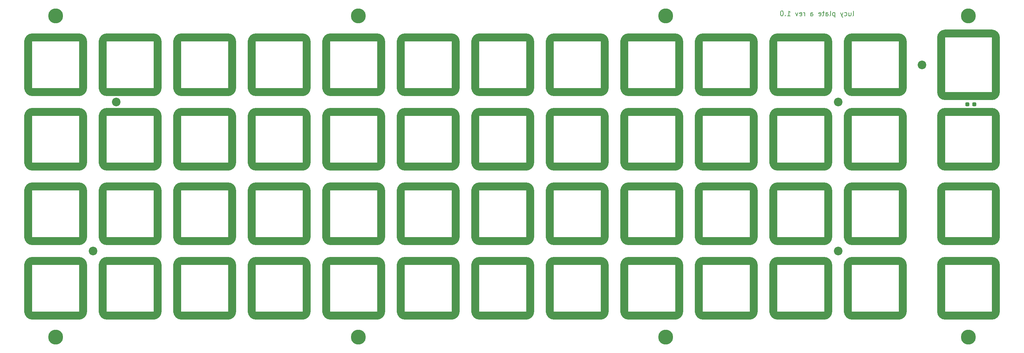
<source format=gbr>
G04 #@! TF.GenerationSoftware,KiCad,Pcbnew,(6.0.5-0)*
G04 #@! TF.CreationDate,2022-06-16T06:22:55-05:00*
G04 #@! TF.ProjectId,plate,706c6174-652e-46b6-9963-61645f706362,rev?*
G04 #@! TF.SameCoordinates,Original*
G04 #@! TF.FileFunction,Soldermask,Bot*
G04 #@! TF.FilePolarity,Negative*
%FSLAX46Y46*%
G04 Gerber Fmt 4.6, Leading zero omitted, Abs format (unit mm)*
G04 Created by KiCad (PCBNEW (6.0.5-0)) date 2022-06-16 06:22:55*
%MOMM*%
%LPD*%
G01*
G04 APERTURE LIST*
G04 Aperture macros list*
%AMRoundRect*
0 Rectangle with rounded corners*
0 $1 Rounding radius*
0 $2 $3 $4 $5 $6 $7 $8 $9 X,Y pos of 4 corners*
0 Add a 4 corners polygon primitive as box body*
4,1,4,$2,$3,$4,$5,$6,$7,$8,$9,$2,$3,0*
0 Add four circle primitives for the rounded corners*
1,1,$1+$1,$2,$3*
1,1,$1+$1,$4,$5*
1,1,$1+$1,$6,$7*
1,1,$1+$1,$8,$9*
0 Add four rect primitives between the rounded corners*
20,1,$1+$1,$2,$3,$4,$5,0*
20,1,$1+$1,$4,$5,$6,$7,0*
20,1,$1+$1,$6,$7,$8,$9,0*
20,1,$1+$1,$8,$9,$2,$3,0*%
G04 Aperture macros list end*
%ADD10C,0.200000*%
%ADD11C,2.000000*%
%ADD12C,2.200000*%
%ADD13C,3.800000*%
%ADD14RoundRect,0.237500X-0.287500X-0.237500X0.287500X-0.237500X0.287500X0.237500X-0.287500X0.237500X0*%
G04 APERTURE END LIST*
D10*
X359776261Y-37474882D02*
X359895309Y-37415358D01*
X359954833Y-37296310D01*
X359954833Y-36224882D01*
X358764357Y-36641548D02*
X358764357Y-37474882D01*
X359300071Y-36641548D02*
X359300071Y-37296310D01*
X359240547Y-37415358D01*
X359121499Y-37474882D01*
X358942928Y-37474882D01*
X358823880Y-37415358D01*
X358764357Y-37355834D01*
X357633404Y-37415358D02*
X357752452Y-37474882D01*
X357990547Y-37474882D01*
X358109595Y-37415358D01*
X358169118Y-37355834D01*
X358228642Y-37236786D01*
X358228642Y-36879644D01*
X358169118Y-36760596D01*
X358109595Y-36701072D01*
X357990547Y-36641548D01*
X357752452Y-36641548D01*
X357633404Y-36701072D01*
X357216737Y-36641548D02*
X356919118Y-37474882D01*
X356621499Y-36641548D02*
X356919118Y-37474882D01*
X357038166Y-37772501D01*
X357097690Y-37832025D01*
X357216737Y-37891548D01*
X355192928Y-36641548D02*
X355192928Y-37891548D01*
X355192928Y-36701072D02*
X355073880Y-36641548D01*
X354835785Y-36641548D01*
X354716737Y-36701072D01*
X354657214Y-36760596D01*
X354597690Y-36879644D01*
X354597690Y-37236786D01*
X354657214Y-37355834D01*
X354716737Y-37415358D01*
X354835785Y-37474882D01*
X355073880Y-37474882D01*
X355192928Y-37415358D01*
X353883404Y-37474882D02*
X354002452Y-37415358D01*
X354061976Y-37296310D01*
X354061976Y-36224882D01*
X352871499Y-37474882D02*
X352871499Y-36820120D01*
X352931023Y-36701072D01*
X353050071Y-36641548D01*
X353288166Y-36641548D01*
X353407214Y-36701072D01*
X352871499Y-37415358D02*
X352990547Y-37474882D01*
X353288166Y-37474882D01*
X353407214Y-37415358D01*
X353466737Y-37296310D01*
X353466737Y-37177263D01*
X353407214Y-37058215D01*
X353288166Y-36998691D01*
X352990547Y-36998691D01*
X352871499Y-36939167D01*
X352454833Y-36641548D02*
X351978642Y-36641548D01*
X352276261Y-36224882D02*
X352276261Y-37296310D01*
X352216737Y-37415358D01*
X352097690Y-37474882D01*
X351978642Y-37474882D01*
X351085785Y-37415358D02*
X351204833Y-37474882D01*
X351442928Y-37474882D01*
X351561976Y-37415358D01*
X351621499Y-37296310D01*
X351621499Y-36820120D01*
X351561976Y-36701072D01*
X351442928Y-36641548D01*
X351204833Y-36641548D01*
X351085785Y-36701072D01*
X351026261Y-36820120D01*
X351026261Y-36939167D01*
X351621499Y-37058215D01*
X349002452Y-37474882D02*
X349002452Y-36820120D01*
X349061976Y-36701072D01*
X349181023Y-36641548D01*
X349419118Y-36641548D01*
X349538166Y-36701072D01*
X349002452Y-37415358D02*
X349121499Y-37474882D01*
X349419118Y-37474882D01*
X349538166Y-37415358D01*
X349597690Y-37296310D01*
X349597690Y-37177263D01*
X349538166Y-37058215D01*
X349419118Y-36998691D01*
X349121499Y-36998691D01*
X349002452Y-36939167D01*
X347454833Y-37474882D02*
X347454833Y-36641548D01*
X347454833Y-36879644D02*
X347395309Y-36760596D01*
X347335785Y-36701072D01*
X347216737Y-36641548D01*
X347097690Y-36641548D01*
X346204833Y-37415358D02*
X346323880Y-37474882D01*
X346561976Y-37474882D01*
X346681023Y-37415358D01*
X346740547Y-37296310D01*
X346740547Y-36820120D01*
X346681023Y-36701072D01*
X346561976Y-36641548D01*
X346323880Y-36641548D01*
X346204833Y-36701072D01*
X346145309Y-36820120D01*
X346145309Y-36939167D01*
X346740547Y-37058215D01*
X345728642Y-36641548D02*
X345431023Y-37474882D01*
X345133404Y-36641548D01*
X343050071Y-37474882D02*
X343764357Y-37474882D01*
X343407214Y-37474882D02*
X343407214Y-36224882D01*
X343526261Y-36403453D01*
X343645309Y-36522501D01*
X343764357Y-36582025D01*
X342514357Y-37355834D02*
X342454833Y-37415358D01*
X342514357Y-37474882D01*
X342573880Y-37415358D01*
X342514357Y-37355834D01*
X342514357Y-37474882D01*
X341681023Y-36224882D02*
X341561976Y-36224882D01*
X341442928Y-36284406D01*
X341383404Y-36343929D01*
X341323880Y-36462977D01*
X341264357Y-36701072D01*
X341264357Y-36998691D01*
X341323880Y-37236786D01*
X341383404Y-37355834D01*
X341442928Y-37415358D01*
X341561976Y-37474882D01*
X341681023Y-37474882D01*
X341800071Y-37415358D01*
X341859595Y-37355834D01*
X341919118Y-37236786D01*
X341978642Y-36998691D01*
X341978642Y-36701072D01*
X341919118Y-36462977D01*
X341859595Y-36343929D01*
X341800071Y-36284406D01*
X341681023Y-36224882D01*
D11*
X161972530Y-57006460D02*
X149972530Y-57006460D01*
X162972530Y-56006460D02*
X162972530Y-44006460D01*
X148972530Y-56006460D02*
X148972530Y-44006460D01*
X161972530Y-43006460D02*
X149972530Y-43006460D01*
X161972530Y-57006460D02*
G75*
G03*
X162972530Y-56006460I0J1000000D01*
G01*
X148972530Y-56006460D02*
G75*
G03*
X149972530Y-57006460I999999J-1D01*
G01*
X149972530Y-43006460D02*
G75*
G03*
X148972530Y-44006460I-1J-999999D01*
G01*
X162972530Y-44006460D02*
G75*
G03*
X161972530Y-43006460I-1000000J0D01*
G01*
X168022610Y-56006460D02*
X168022610Y-44006460D01*
X181022610Y-57006460D02*
X169022610Y-57006460D01*
X182022610Y-56006460D02*
X182022610Y-44006460D01*
X181022610Y-43006460D02*
X169022610Y-43006460D01*
X181022610Y-57006460D02*
G75*
G03*
X182022610Y-56006460I0J1000000D01*
G01*
X182022610Y-44006460D02*
G75*
G03*
X181022610Y-43006460I-1000000J0D01*
G01*
X168022610Y-56006460D02*
G75*
G03*
X169022610Y-57006460I999999J-1D01*
G01*
X169022610Y-43006460D02*
G75*
G03*
X168022610Y-44006460I-1J-999999D01*
G01*
X201072690Y-56006460D02*
X201072690Y-44006460D01*
X187072690Y-56006460D02*
X187072690Y-44006460D01*
X200072690Y-57006460D02*
X188072690Y-57006460D01*
X200072690Y-43006460D02*
X188072690Y-43006460D01*
X187072690Y-56006460D02*
G75*
G03*
X188072690Y-57006460I999999J-1D01*
G01*
X200072690Y-57006460D02*
G75*
G03*
X201072690Y-56006460I0J1000000D01*
G01*
X201072690Y-44006460D02*
G75*
G03*
X200072690Y-43006460I-1000000J0D01*
G01*
X188072690Y-43006460D02*
G75*
G03*
X187072690Y-44006460I-1J-999999D01*
G01*
X220122770Y-56006460D02*
X220122770Y-44006460D01*
X206122770Y-56006460D02*
X206122770Y-44006460D01*
X219122770Y-43006460D02*
X207122770Y-43006460D01*
X219122770Y-57006460D02*
X207122770Y-57006460D01*
X206122770Y-56006460D02*
G75*
G03*
X207122770Y-57006460I999999J-1D01*
G01*
X220122770Y-44006460D02*
G75*
G03*
X219122770Y-43006460I-1000000J0D01*
G01*
X219122770Y-57006460D02*
G75*
G03*
X220122770Y-56006460I0J1000000D01*
G01*
X207122770Y-43006460D02*
G75*
G03*
X206122770Y-44006460I-1J-999999D01*
G01*
X238172850Y-57006460D02*
X226172850Y-57006460D01*
X238172850Y-43006460D02*
X226172850Y-43006460D01*
X239172850Y-56006460D02*
X239172850Y-44006460D01*
X225172850Y-56006460D02*
X225172850Y-44006460D01*
X225172850Y-56006460D02*
G75*
G03*
X226172850Y-57006460I999999J-1D01*
G01*
X239172850Y-44006460D02*
G75*
G03*
X238172850Y-43006460I-1000000J0D01*
G01*
X238172850Y-57006460D02*
G75*
G03*
X239172850Y-56006460I0J1000000D01*
G01*
X226172850Y-43006460D02*
G75*
G03*
X225172850Y-44006460I-1J-999999D01*
G01*
X334423250Y-56006460D02*
X334423250Y-44006460D01*
X333423250Y-57006460D02*
X321423250Y-57006460D01*
X333423250Y-43006460D02*
X321423250Y-43006460D01*
X320423250Y-56006460D02*
X320423250Y-44006460D01*
X320423250Y-56006460D02*
G75*
G03*
X321423250Y-57006460I999999J-1D01*
G01*
X321423250Y-43006460D02*
G75*
G03*
X320423250Y-44006460I-1J-999999D01*
G01*
X333423250Y-57006460D02*
G75*
G03*
X334423250Y-56006460I0J1000000D01*
G01*
X334423250Y-44006460D02*
G75*
G03*
X333423250Y-43006460I-1000000J0D01*
G01*
X353473330Y-56006460D02*
X353473330Y-44006460D01*
X352473330Y-43006460D02*
X340473330Y-43006460D01*
X339473330Y-56006460D02*
X339473330Y-44006460D01*
X352473330Y-57006460D02*
X340473330Y-57006460D01*
X353473330Y-44006460D02*
G75*
G03*
X352473330Y-43006460I-1000000J0D01*
G01*
X340473330Y-43006460D02*
G75*
G03*
X339473330Y-44006460I-1J-999999D01*
G01*
X352473330Y-57006460D02*
G75*
G03*
X353473330Y-56006460I0J1000000D01*
G01*
X339473330Y-56006460D02*
G75*
G03*
X340473330Y-57006460I999999J-1D01*
G01*
X161972530Y-62056540D02*
X149972530Y-62056540D01*
X161972530Y-76056540D02*
X149972530Y-76056540D01*
X148972530Y-75056540D02*
X148972530Y-63056540D01*
X162972530Y-75056540D02*
X162972530Y-63056540D01*
X162972530Y-63056540D02*
G75*
G03*
X161972530Y-62056540I-1000000J0D01*
G01*
X149972530Y-62056540D02*
G75*
G03*
X148972530Y-63056540I-1J-999999D01*
G01*
X161972530Y-76056540D02*
G75*
G03*
X162972530Y-75056540I0J1000000D01*
G01*
X148972530Y-75056540D02*
G75*
G03*
X149972530Y-76056540I999999J-1D01*
G01*
X200072690Y-76056540D02*
X188072690Y-76056540D01*
X200072690Y-62056540D02*
X188072690Y-62056540D01*
X201072690Y-75056540D02*
X201072690Y-63056540D01*
X187072690Y-75056540D02*
X187072690Y-63056540D01*
X201072690Y-63056540D02*
G75*
G03*
X200072690Y-62056540I-1000000J0D01*
G01*
X187072690Y-75056540D02*
G75*
G03*
X188072690Y-76056540I999999J-1D01*
G01*
X200072690Y-76056540D02*
G75*
G03*
X201072690Y-75056540I0J1000000D01*
G01*
X188072690Y-62056540D02*
G75*
G03*
X187072690Y-63056540I-1J-999999D01*
G01*
X238172850Y-62056540D02*
X226172850Y-62056540D01*
X239172850Y-75056540D02*
X239172850Y-63056540D01*
X238172850Y-76056540D02*
X226172850Y-76056540D01*
X225172850Y-75056540D02*
X225172850Y-63056540D01*
X226172850Y-62056540D02*
G75*
G03*
X225172850Y-63056540I-1J-999999D01*
G01*
X225172850Y-75056540D02*
G75*
G03*
X226172850Y-76056540I999999J-1D01*
G01*
X239172850Y-63056540D02*
G75*
G03*
X238172850Y-62056540I-1000000J0D01*
G01*
X238172850Y-76056540D02*
G75*
G03*
X239172850Y-75056540I0J1000000D01*
G01*
X244222930Y-75056540D02*
X244222930Y-63056540D01*
X257222930Y-76056540D02*
X245222930Y-76056540D01*
X258222930Y-75056540D02*
X258222930Y-63056540D01*
X257222930Y-62056540D02*
X245222930Y-62056540D01*
X244222930Y-75056540D02*
G75*
G03*
X245222930Y-76056540I999999J-1D01*
G01*
X245222930Y-62056540D02*
G75*
G03*
X244222930Y-63056540I-1J-999999D01*
G01*
X258222930Y-63056540D02*
G75*
G03*
X257222930Y-62056540I-1000000J0D01*
G01*
X257222930Y-76056540D02*
G75*
G03*
X258222930Y-75056540I0J1000000D01*
G01*
X276273010Y-62056540D02*
X264273010Y-62056540D01*
X276273010Y-76056540D02*
X264273010Y-76056540D01*
X263273010Y-75056540D02*
X263273010Y-63056540D01*
X277273010Y-75056540D02*
X277273010Y-63056540D01*
X277273010Y-63056540D02*
G75*
G03*
X276273010Y-62056540I-1000000J0D01*
G01*
X264273010Y-62056540D02*
G75*
G03*
X263273010Y-63056540I-1J-999999D01*
G01*
X263273010Y-75056540D02*
G75*
G03*
X264273010Y-76056540I999999J-1D01*
G01*
X276273010Y-76056540D02*
G75*
G03*
X277273010Y-75056540I0J1000000D01*
G01*
X295323090Y-62056540D02*
X283323090Y-62056540D01*
X296323090Y-75056540D02*
X296323090Y-63056540D01*
X295323090Y-76056540D02*
X283323090Y-76056540D01*
X282323090Y-75056540D02*
X282323090Y-63056540D01*
X296323090Y-63056540D02*
G75*
G03*
X295323090Y-62056540I-1000000J0D01*
G01*
X282323090Y-75056540D02*
G75*
G03*
X283323090Y-76056540I999999J-1D01*
G01*
X283323090Y-62056540D02*
G75*
G03*
X282323090Y-63056540I-1J-999999D01*
G01*
X295323090Y-76056540D02*
G75*
G03*
X296323090Y-75056540I0J1000000D01*
G01*
X315373170Y-75056540D02*
X315373170Y-63056540D01*
X314373170Y-76056540D02*
X302373170Y-76056540D01*
X314373170Y-62056540D02*
X302373170Y-62056540D01*
X301373170Y-75056540D02*
X301373170Y-63056540D01*
X301373170Y-75056540D02*
G75*
G03*
X302373170Y-76056540I999999J-1D01*
G01*
X314373170Y-76056540D02*
G75*
G03*
X315373170Y-75056540I0J1000000D01*
G01*
X302373170Y-62056540D02*
G75*
G03*
X301373170Y-63056540I-1J-999999D01*
G01*
X315373170Y-63056540D02*
G75*
G03*
X314373170Y-62056540I-1000000J0D01*
G01*
X320423250Y-75056540D02*
X320423250Y-63056540D01*
X333423250Y-62056540D02*
X321423250Y-62056540D01*
X333423250Y-76056540D02*
X321423250Y-76056540D01*
X334423250Y-75056540D02*
X334423250Y-63056540D01*
X320423250Y-75056540D02*
G75*
G03*
X321423250Y-76056540I999999J-1D01*
G01*
X333423250Y-76056540D02*
G75*
G03*
X334423250Y-75056540I0J1000000D01*
G01*
X334423250Y-63056540D02*
G75*
G03*
X333423250Y-62056540I-1000000J0D01*
G01*
X321423250Y-62056540D02*
G75*
G03*
X320423250Y-63056540I-1J-999999D01*
G01*
X352473330Y-62056540D02*
X340473330Y-62056540D01*
X353473330Y-75056540D02*
X353473330Y-63056540D01*
X352473330Y-76056540D02*
X340473330Y-76056540D01*
X339473330Y-75056540D02*
X339473330Y-63056540D01*
X340473330Y-62056540D02*
G75*
G03*
X339473330Y-63056540I-1J-999999D01*
G01*
X339473330Y-75056540D02*
G75*
G03*
X340473330Y-76056540I999999J-1D01*
G01*
X353473330Y-63056540D02*
G75*
G03*
X352473330Y-62056540I-1000000J0D01*
G01*
X352473330Y-76056540D02*
G75*
G03*
X353473330Y-75056540I0J1000000D01*
G01*
X358523410Y-75056540D02*
X358523410Y-63056540D01*
X371523410Y-76056540D02*
X359523410Y-76056540D01*
X371523410Y-62056540D02*
X359523410Y-62056540D01*
X372523410Y-75056540D02*
X372523410Y-63056540D01*
X359523410Y-62056540D02*
G75*
G03*
X358523410Y-63056540I-1J-999999D01*
G01*
X371523410Y-76056540D02*
G75*
G03*
X372523410Y-75056540I0J1000000D01*
G01*
X358523410Y-75056540D02*
G75*
G03*
X359523410Y-76056540I999999J-1D01*
G01*
X372523410Y-63056540D02*
G75*
G03*
X371523410Y-62056540I-1000000J0D01*
G01*
X162972530Y-94106620D02*
X162972530Y-82106620D01*
X148972530Y-94106620D02*
X148972530Y-82106620D01*
X161972530Y-81106620D02*
X149972530Y-81106620D01*
X161972530Y-95106620D02*
X149972530Y-95106620D01*
X148972530Y-94106620D02*
G75*
G03*
X149972530Y-95106620I999999J-1D01*
G01*
X162972530Y-82106620D02*
G75*
G03*
X161972530Y-81106620I-1000000J0D01*
G01*
X149972530Y-81106620D02*
G75*
G03*
X148972530Y-82106620I-1J-999999D01*
G01*
X161972530Y-95106620D02*
G75*
G03*
X162972530Y-94106620I0J1000000D01*
G01*
X181022610Y-81106620D02*
X169022610Y-81106620D01*
X181022610Y-95106620D02*
X169022610Y-95106620D01*
X168022610Y-94106620D02*
X168022610Y-82106620D01*
X182022610Y-94106620D02*
X182022610Y-82106620D01*
X169022610Y-81106620D02*
G75*
G03*
X168022610Y-82106620I-1J-999999D01*
G01*
X182022610Y-82106620D02*
G75*
G03*
X181022610Y-81106620I-1000000J0D01*
G01*
X181022610Y-95106620D02*
G75*
G03*
X182022610Y-94106620I0J1000000D01*
G01*
X168022610Y-94106620D02*
G75*
G03*
X169022610Y-95106620I999999J-1D01*
G01*
X200072690Y-95106620D02*
X188072690Y-95106620D01*
X200072690Y-81106620D02*
X188072690Y-81106620D01*
X201072690Y-94106620D02*
X201072690Y-82106620D01*
X187072690Y-94106620D02*
X187072690Y-82106620D01*
X201072690Y-82106620D02*
G75*
G03*
X200072690Y-81106620I-1000000J0D01*
G01*
X187072690Y-94106620D02*
G75*
G03*
X188072690Y-95106620I999999J-1D01*
G01*
X188072690Y-81106620D02*
G75*
G03*
X187072690Y-82106620I-1J-999999D01*
G01*
X200072690Y-95106620D02*
G75*
G03*
X201072690Y-94106620I0J1000000D01*
G01*
X219122770Y-95106620D02*
X207122770Y-95106620D01*
X219122770Y-81106620D02*
X207122770Y-81106620D01*
X206122770Y-94106620D02*
X206122770Y-82106620D01*
X220122770Y-94106620D02*
X220122770Y-82106620D01*
X219122770Y-95106620D02*
G75*
G03*
X220122770Y-94106620I0J1000000D01*
G01*
X220122770Y-82106620D02*
G75*
G03*
X219122770Y-81106620I-1000000J0D01*
G01*
X206122770Y-94106620D02*
G75*
G03*
X207122770Y-95106620I999999J-1D01*
G01*
X207122770Y-81106620D02*
G75*
G03*
X206122770Y-82106620I-1J-999999D01*
G01*
X238172850Y-81106620D02*
X226172850Y-81106620D01*
X239172850Y-94106620D02*
X239172850Y-82106620D01*
X238172850Y-95106620D02*
X226172850Y-95106620D01*
X225172850Y-94106620D02*
X225172850Y-82106620D01*
X238172850Y-95106620D02*
G75*
G03*
X239172850Y-94106620I0J1000000D01*
G01*
X225172850Y-94106620D02*
G75*
G03*
X226172850Y-95106620I999999J-1D01*
G01*
X239172850Y-82106620D02*
G75*
G03*
X238172850Y-81106620I-1000000J0D01*
G01*
X226172850Y-81106620D02*
G75*
G03*
X225172850Y-82106620I-1J-999999D01*
G01*
X244222930Y-94106620D02*
X244222930Y-82106620D01*
X257222930Y-81106620D02*
X245222930Y-81106620D01*
X258222930Y-94106620D02*
X258222930Y-82106620D01*
X257222930Y-95106620D02*
X245222930Y-95106620D01*
X257222930Y-95106620D02*
G75*
G03*
X258222930Y-94106620I0J1000000D01*
G01*
X244222930Y-94106620D02*
G75*
G03*
X245222930Y-95106620I999999J-1D01*
G01*
X258222930Y-82106620D02*
G75*
G03*
X257222930Y-81106620I-1000000J0D01*
G01*
X245222930Y-81106620D02*
G75*
G03*
X244222930Y-82106620I-1J-999999D01*
G01*
X277273010Y-94106620D02*
X277273010Y-82106620D01*
X276273010Y-81106620D02*
X264273010Y-81106620D01*
X276273010Y-95106620D02*
X264273010Y-95106620D01*
X263273010Y-94106620D02*
X263273010Y-82106620D01*
X264273010Y-81106620D02*
G75*
G03*
X263273010Y-82106620I-1J-999999D01*
G01*
X276273010Y-95106620D02*
G75*
G03*
X277273010Y-94106620I0J1000000D01*
G01*
X263273010Y-94106620D02*
G75*
G03*
X264273010Y-95106620I999999J-1D01*
G01*
X277273010Y-82106620D02*
G75*
G03*
X276273010Y-81106620I-1000000J0D01*
G01*
X295323090Y-81106620D02*
X283323090Y-81106620D01*
X296323090Y-94106620D02*
X296323090Y-82106620D01*
X295323090Y-95106620D02*
X283323090Y-95106620D01*
X282323090Y-94106620D02*
X282323090Y-82106620D01*
X282323090Y-94106620D02*
G75*
G03*
X283323090Y-95106620I999999J-1D01*
G01*
X283323090Y-81106620D02*
G75*
G03*
X282323090Y-82106620I-1J-999999D01*
G01*
X296323090Y-82106620D02*
G75*
G03*
X295323090Y-81106620I-1000000J0D01*
G01*
X295323090Y-95106620D02*
G75*
G03*
X296323090Y-94106620I0J1000000D01*
G01*
X314373170Y-95106620D02*
X302373170Y-95106620D01*
X315373170Y-94106620D02*
X315373170Y-82106620D01*
X314373170Y-81106620D02*
X302373170Y-81106620D01*
X301373170Y-94106620D02*
X301373170Y-82106620D01*
X302373170Y-81106620D02*
G75*
G03*
X301373170Y-82106620I-1J-999999D01*
G01*
X315373170Y-82106620D02*
G75*
G03*
X314373170Y-81106620I-1000000J0D01*
G01*
X301373170Y-94106620D02*
G75*
G03*
X302373170Y-95106620I999999J-1D01*
G01*
X314373170Y-95106620D02*
G75*
G03*
X315373170Y-94106620I0J1000000D01*
G01*
X320423250Y-94106620D02*
X320423250Y-82106620D01*
X333423250Y-95106620D02*
X321423250Y-95106620D01*
X334423250Y-94106620D02*
X334423250Y-82106620D01*
X333423250Y-81106620D02*
X321423250Y-81106620D01*
X321423250Y-81106620D02*
G75*
G03*
X320423250Y-82106620I-1J-999999D01*
G01*
X334423250Y-82106620D02*
G75*
G03*
X333423250Y-81106620I-1000000J0D01*
G01*
X333423250Y-95106620D02*
G75*
G03*
X334423250Y-94106620I0J1000000D01*
G01*
X320423250Y-94106620D02*
G75*
G03*
X321423250Y-95106620I999999J-1D01*
G01*
X339473330Y-94106620D02*
X339473330Y-82106620D01*
X352473330Y-81106620D02*
X340473330Y-81106620D01*
X353473330Y-94106620D02*
X353473330Y-82106620D01*
X352473330Y-95106620D02*
X340473330Y-95106620D01*
X340473330Y-81106620D02*
G75*
G03*
X339473330Y-82106620I-1J-999999D01*
G01*
X339473330Y-94106620D02*
G75*
G03*
X340473330Y-95106620I999999J-1D01*
G01*
X353473330Y-82106620D02*
G75*
G03*
X352473330Y-81106620I-1000000J0D01*
G01*
X352473330Y-95106620D02*
G75*
G03*
X353473330Y-94106620I0J1000000D01*
G01*
X371523410Y-81106620D02*
X359523410Y-81106620D01*
X371523410Y-95106620D02*
X359523410Y-95106620D01*
X372523410Y-94106620D02*
X372523410Y-82106620D01*
X358523410Y-94106620D02*
X358523410Y-82106620D01*
X371523410Y-95106620D02*
G75*
G03*
X372523410Y-94106620I0J1000000D01*
G01*
X359523410Y-81106620D02*
G75*
G03*
X358523410Y-82106620I-1J-999999D01*
G01*
X372523410Y-82106620D02*
G75*
G03*
X371523410Y-81106620I-1000000J0D01*
G01*
X358523410Y-94106620D02*
G75*
G03*
X359523410Y-95106620I999999J-1D01*
G01*
X168022610Y-113156700D02*
X168022610Y-101156700D01*
X181022610Y-114156700D02*
X169022610Y-114156700D01*
X182022610Y-113156700D02*
X182022610Y-101156700D01*
X181022610Y-100156700D02*
X169022610Y-100156700D01*
X182022610Y-101156700D02*
G75*
G03*
X181022610Y-100156700I-1000000J0D01*
G01*
X181022610Y-114156700D02*
G75*
G03*
X182022610Y-113156700I0J1000000D01*
G01*
X168022610Y-113156700D02*
G75*
G03*
X169022610Y-114156700I999999J-1D01*
G01*
X169022610Y-100156700D02*
G75*
G03*
X168022610Y-101156700I-1J-999999D01*
G01*
X200072690Y-114156700D02*
X188072690Y-114156700D01*
X201072690Y-113156700D02*
X201072690Y-101156700D01*
X187072690Y-113156700D02*
X187072690Y-101156700D01*
X200072690Y-100156700D02*
X188072690Y-100156700D01*
X188072690Y-100156700D02*
G75*
G03*
X187072690Y-101156700I-1J-999999D01*
G01*
X187072690Y-113156700D02*
G75*
G03*
X188072690Y-114156700I999999J-1D01*
G01*
X201072690Y-101156700D02*
G75*
G03*
X200072690Y-100156700I-1000000J0D01*
G01*
X200072690Y-114156700D02*
G75*
G03*
X201072690Y-113156700I0J1000000D01*
G01*
X220122770Y-113156700D02*
X220122770Y-101156700D01*
X219122770Y-100156700D02*
X207122770Y-100156700D01*
X206122770Y-113156700D02*
X206122770Y-101156700D01*
X219122770Y-114156700D02*
X207122770Y-114156700D01*
X206122770Y-113156700D02*
G75*
G03*
X207122770Y-114156700I999999J-1D01*
G01*
X219122770Y-114156700D02*
G75*
G03*
X220122770Y-113156700I0J1000000D01*
G01*
X207122770Y-100156700D02*
G75*
G03*
X206122770Y-101156700I-1J-999999D01*
G01*
X220122770Y-101156700D02*
G75*
G03*
X219122770Y-100156700I-1000000J0D01*
G01*
X225172850Y-113156700D02*
X225172850Y-101156700D01*
X238172850Y-114156700D02*
X226172850Y-114156700D01*
X238172850Y-100156700D02*
X226172850Y-100156700D01*
X239172850Y-113156700D02*
X239172850Y-101156700D01*
X225172850Y-113156700D02*
G75*
G03*
X226172850Y-114156700I999999J-1D01*
G01*
X238172850Y-114156700D02*
G75*
G03*
X239172850Y-113156700I0J1000000D01*
G01*
X226172850Y-100156700D02*
G75*
G03*
X225172850Y-101156700I-1J-999999D01*
G01*
X239172850Y-101156700D02*
G75*
G03*
X238172850Y-100156700I-1000000J0D01*
G01*
X258222930Y-113156700D02*
X258222930Y-101156700D01*
X257222930Y-114156700D02*
X245222930Y-114156700D01*
X257222930Y-100156700D02*
X245222930Y-100156700D01*
X244222930Y-113156700D02*
X244222930Y-101156700D01*
X257222930Y-114156700D02*
G75*
G03*
X258222930Y-113156700I0J1000000D01*
G01*
X244222930Y-113156700D02*
G75*
G03*
X245222930Y-114156700I999999J-1D01*
G01*
X258222930Y-101156700D02*
G75*
G03*
X257222930Y-100156700I-1000000J0D01*
G01*
X245222930Y-100156700D02*
G75*
G03*
X244222930Y-101156700I-1J-999999D01*
G01*
X263273010Y-113156700D02*
X263273010Y-101156700D01*
X276273010Y-114156700D02*
X264273010Y-114156700D01*
X276273010Y-100156700D02*
X264273010Y-100156700D01*
X277273010Y-113156700D02*
X277273010Y-101156700D01*
X264273010Y-100156700D02*
G75*
G03*
X263273010Y-101156700I-1J-999999D01*
G01*
X277273010Y-101156700D02*
G75*
G03*
X276273010Y-100156700I-1000000J0D01*
G01*
X263273010Y-113156700D02*
G75*
G03*
X264273010Y-114156700I999999J-1D01*
G01*
X276273010Y-114156700D02*
G75*
G03*
X277273010Y-113156700I0J1000000D01*
G01*
X295323090Y-100156700D02*
X283323090Y-100156700D01*
X282323090Y-113156700D02*
X282323090Y-101156700D01*
X295323090Y-114156700D02*
X283323090Y-114156700D01*
X296323090Y-113156700D02*
X296323090Y-101156700D01*
X283323090Y-100156700D02*
G75*
G03*
X282323090Y-101156700I-1J-999999D01*
G01*
X282323090Y-113156700D02*
G75*
G03*
X283323090Y-114156700I999999J-1D01*
G01*
X296323090Y-101156700D02*
G75*
G03*
X295323090Y-100156700I-1000000J0D01*
G01*
X295323090Y-114156700D02*
G75*
G03*
X296323090Y-113156700I0J1000000D01*
G01*
X314373170Y-100156700D02*
X302373170Y-100156700D01*
X315373170Y-113156700D02*
X315373170Y-101156700D01*
X314373170Y-114156700D02*
X302373170Y-114156700D01*
X301373170Y-113156700D02*
X301373170Y-101156700D01*
X315373170Y-101156700D02*
G75*
G03*
X314373170Y-100156700I-1000000J0D01*
G01*
X314373170Y-114156700D02*
G75*
G03*
X315373170Y-113156700I0J1000000D01*
G01*
X302373170Y-100156700D02*
G75*
G03*
X301373170Y-101156700I-1J-999999D01*
G01*
X301373170Y-113156700D02*
G75*
G03*
X302373170Y-114156700I999999J-1D01*
G01*
X320423250Y-113156700D02*
X320423250Y-101156700D01*
X333423250Y-114156700D02*
X321423250Y-114156700D01*
X333423250Y-100156700D02*
X321423250Y-100156700D01*
X334423250Y-113156700D02*
X334423250Y-101156700D01*
X321423250Y-100156700D02*
G75*
G03*
X320423250Y-101156700I-1J-999999D01*
G01*
X320423250Y-113156700D02*
G75*
G03*
X321423250Y-114156700I999999J-1D01*
G01*
X334423250Y-101156700D02*
G75*
G03*
X333423250Y-100156700I-1000000J0D01*
G01*
X333423250Y-114156700D02*
G75*
G03*
X334423250Y-113156700I0J1000000D01*
G01*
X352473330Y-100160000D02*
X340473330Y-100160000D01*
X352473330Y-114160000D02*
X340473330Y-114160000D01*
X339473330Y-113160000D02*
X339473330Y-101160000D01*
X353473330Y-113160000D02*
X353473330Y-101160000D01*
X340473330Y-100160000D02*
G75*
G03*
X339473330Y-101160000I-1J-999999D01*
G01*
X339473330Y-113160000D02*
G75*
G03*
X340473330Y-114160000I999999J-1D01*
G01*
X352473330Y-114160000D02*
G75*
G03*
X353473330Y-113160000I0J1000000D01*
G01*
X353473330Y-101160000D02*
G75*
G03*
X352473330Y-100160000I-1000000J0D01*
G01*
X372523410Y-113156700D02*
X372523410Y-101156700D01*
X371523410Y-100156700D02*
X359523410Y-100156700D01*
X358523410Y-113156700D02*
X358523410Y-101156700D01*
X371523410Y-114156700D02*
X359523410Y-114156700D01*
X371523410Y-114156700D02*
G75*
G03*
X372523410Y-113156700I0J1000000D01*
G01*
X372523410Y-101156700D02*
G75*
G03*
X371523410Y-100156700I-1000000J0D01*
G01*
X359523410Y-100156700D02*
G75*
G03*
X358523410Y-101156700I-1J-999999D01*
G01*
X358523410Y-113156700D02*
G75*
G03*
X359523410Y-114156700I999999J-1D01*
G01*
X161972530Y-100156700D02*
X149972530Y-100156700D01*
X162972530Y-113156700D02*
X162972530Y-101156700D01*
X161972530Y-114156700D02*
X149972530Y-114156700D01*
X148972530Y-113156700D02*
X148972530Y-101156700D01*
X161972530Y-114156700D02*
G75*
G03*
X162972530Y-113156700I0J1000000D01*
G01*
X149972530Y-100156700D02*
G75*
G03*
X148972530Y-101156700I-1J-999999D01*
G01*
X162972530Y-101156700D02*
G75*
G03*
X161972530Y-100156700I-1000000J0D01*
G01*
X148972530Y-113156700D02*
G75*
G03*
X149972530Y-114156700I999999J-1D01*
G01*
X181022610Y-76056540D02*
X169022610Y-76056540D01*
X182022610Y-75056540D02*
X182022610Y-63056540D01*
X181022610Y-62056540D02*
X169022610Y-62056540D01*
X168022610Y-75056540D02*
X168022610Y-63056540D01*
X168022610Y-75056540D02*
G75*
G03*
X169022610Y-76056540I999999J-1D01*
G01*
X182022610Y-63056540D02*
G75*
G03*
X181022610Y-62056540I-1000000J0D01*
G01*
X181022610Y-76056540D02*
G75*
G03*
X182022610Y-75056540I0J1000000D01*
G01*
X169022610Y-62056540D02*
G75*
G03*
X168022610Y-63056540I-1J-999999D01*
G01*
X395335890Y-95106428D02*
X383335890Y-95106428D01*
X396335890Y-94106428D02*
X396335890Y-82106428D01*
X382335890Y-94106428D02*
X382335890Y-82106428D01*
X395335890Y-81106428D02*
X383335890Y-81106428D01*
X396335890Y-82106428D02*
G75*
G03*
X395335890Y-81106428I-1000000J0D01*
G01*
X382335890Y-94106428D02*
G75*
G03*
X383335890Y-95106428I999999J-1D01*
G01*
X383335890Y-81106428D02*
G75*
G03*
X382335890Y-82106428I-1J-999999D01*
G01*
X395335890Y-95106428D02*
G75*
G03*
X396335890Y-94106428I0J1000000D01*
G01*
X395335890Y-62056444D02*
X383335890Y-62056444D01*
X382335890Y-75056444D02*
X382335890Y-63056444D01*
X396335890Y-75056444D02*
X396335890Y-63056444D01*
X395335890Y-76056444D02*
X383335890Y-76056444D01*
X382335890Y-75056444D02*
G75*
G03*
X383335890Y-76056444I999999J-1D01*
G01*
X383335890Y-62056444D02*
G75*
G03*
X382335890Y-63056444I-1J-999999D01*
G01*
X396335890Y-63056444D02*
G75*
G03*
X395335890Y-62056444I-1000000J0D01*
G01*
X395335890Y-76056444D02*
G75*
G03*
X396335890Y-75056444I0J1000000D01*
G01*
X383336010Y-58031460D02*
X395328903Y-58031460D01*
X383336010Y-42031460D02*
X395336010Y-42031460D01*
X396336010Y-57031460D02*
X396336010Y-43031460D01*
X382336010Y-57031460D02*
X382336010Y-43031460D01*
X396336010Y-43031460D02*
G75*
G03*
X395336010Y-42031460I-999999J1D01*
G01*
X382336010Y-57031460D02*
G75*
G03*
X383336010Y-58031460I1000000J0D01*
G01*
X395328903Y-58031460D02*
G75*
G03*
X396328903Y-57031460I1J999999D01*
G01*
X383336010Y-42031460D02*
G75*
G03*
X382336010Y-43031460I0J-1000000D01*
G01*
X371523410Y-43006460D02*
X359523410Y-43006460D01*
X372523410Y-56006460D02*
X372523410Y-44006460D01*
X358523410Y-56006460D02*
X358523410Y-44006460D01*
X371523410Y-57006460D02*
X359523410Y-57006460D01*
X358523410Y-56006460D02*
G75*
G03*
X359523410Y-57006460I999999J-1D01*
G01*
X359523410Y-43006460D02*
G75*
G03*
X358523410Y-44006460I-1J-999999D01*
G01*
X371523410Y-57006460D02*
G75*
G03*
X372523410Y-56006460I0J1000000D01*
G01*
X372523410Y-44006460D02*
G75*
G03*
X371523410Y-43006460I-1000000J0D01*
G01*
X395336010Y-100156700D02*
X383336010Y-100156700D01*
X396336010Y-113156700D02*
X396336010Y-101156700D01*
X382336010Y-113156700D02*
X382336010Y-101156700D01*
X395336010Y-114156700D02*
X383336010Y-114156700D01*
X383336010Y-100156700D02*
G75*
G03*
X382336010Y-101156700I-1J-999999D01*
G01*
X395336010Y-114156700D02*
G75*
G03*
X396336010Y-113156700I0J1000000D01*
G01*
X382336010Y-113156700D02*
G75*
G03*
X383336010Y-114156700I999999J-1D01*
G01*
X396336010Y-101156700D02*
G75*
G03*
X395336010Y-100156700I-1000000J0D01*
G01*
X206122770Y-75056540D02*
X206122770Y-63056540D01*
X219122770Y-76056540D02*
X207122770Y-76056540D01*
X220122770Y-75056540D02*
X220122770Y-63056540D01*
X219122770Y-62056540D02*
X207122770Y-62056540D01*
X207122770Y-62056540D02*
G75*
G03*
X206122770Y-63056540I-1J-999999D01*
G01*
X206122770Y-75056540D02*
G75*
G03*
X207122770Y-76056540I999999J-1D01*
G01*
X219122770Y-76056540D02*
G75*
G03*
X220122770Y-75056540I0J1000000D01*
G01*
X220122770Y-63056540D02*
G75*
G03*
X219122770Y-62056540I-1000000J0D01*
G01*
X258223314Y-56006460D02*
X258223314Y-44006460D01*
X257223314Y-57006460D02*
X245223314Y-57006460D01*
X257223314Y-43006460D02*
X245223314Y-43006460D01*
X244223314Y-56006460D02*
X244223314Y-44006460D01*
X245223314Y-43006460D02*
G75*
G03*
X244223314Y-44006460I-1J-999999D01*
G01*
X257223314Y-57006460D02*
G75*
G03*
X258223314Y-56006460I0J1000000D01*
G01*
X244223314Y-56006460D02*
G75*
G03*
X245223314Y-57006460I999999J-1D01*
G01*
X258223314Y-44006460D02*
G75*
G03*
X257223314Y-43006460I-1000000J0D01*
G01*
X277273330Y-56006460D02*
X277273330Y-44006460D01*
X263273330Y-56006460D02*
X263273330Y-44006460D01*
X276273330Y-57006460D02*
X264273330Y-57006460D01*
X276273330Y-43006460D02*
X264273330Y-43006460D01*
X263273330Y-56006460D02*
G75*
G03*
X264273330Y-57006460I999999J-1D01*
G01*
X276273330Y-57006460D02*
G75*
G03*
X277273330Y-56006460I0J1000000D01*
G01*
X264273330Y-43006460D02*
G75*
G03*
X263273330Y-44006460I-1J-999999D01*
G01*
X277273330Y-44006460D02*
G75*
G03*
X276273330Y-43006460I-1000000J0D01*
G01*
X296323346Y-56006460D02*
X296323346Y-44006460D01*
X295323346Y-43006460D02*
X283323346Y-43006460D01*
X282323346Y-56006460D02*
X282323346Y-44006460D01*
X295323346Y-57006460D02*
X283323346Y-57006460D01*
X296323346Y-44006460D02*
G75*
G03*
X295323346Y-43006460I-1000000J0D01*
G01*
X283323346Y-43006460D02*
G75*
G03*
X282323346Y-44006460I-1J-999999D01*
G01*
X282323346Y-56006460D02*
G75*
G03*
X283323346Y-57006460I999999J-1D01*
G01*
X295323346Y-57006460D02*
G75*
G03*
X296323346Y-56006460I0J1000000D01*
G01*
X314373362Y-57006460D02*
X302373362Y-57006460D01*
X314373362Y-43006460D02*
X302373362Y-43006460D01*
X315373362Y-56006460D02*
X315373362Y-44006460D01*
X301373362Y-56006460D02*
X301373362Y-44006460D01*
X314373362Y-57006460D02*
G75*
G03*
X315373362Y-56006460I0J1000000D01*
G01*
X301373362Y-56006460D02*
G75*
G03*
X302373362Y-57006460I999999J-1D01*
G01*
X302373362Y-43006460D02*
G75*
G03*
X301373362Y-44006460I-1J-999999D01*
G01*
X315373362Y-44006460D02*
G75*
G03*
X314373362Y-43006460I-1000000J0D01*
G01*
D12*
X377429670Y-50006460D03*
X355997174Y-97631332D03*
D13*
X233362696Y-37504719D03*
X233362696Y-119657913D03*
X155972006Y-37504719D03*
X389334702Y-37504719D03*
D12*
X165497014Y-97631332D03*
X355997174Y-59531300D03*
X171450144Y-59531300D03*
D13*
X155972006Y-119657913D03*
X311944012Y-119657913D03*
X311944012Y-37504719D03*
X389334702Y-119657913D03*
D14*
X389056243Y-60126781D03*
X390806243Y-60126781D03*
M02*

</source>
